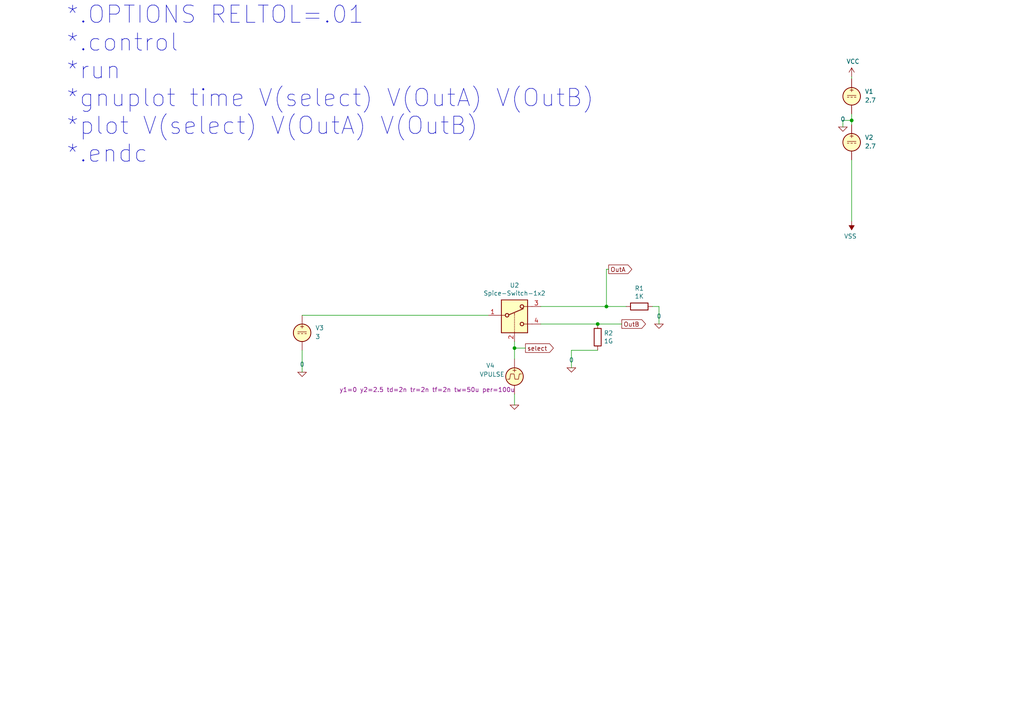
<source format=kicad_sch>
(kicad_sch (version 20230121) (generator eeschema)
  (paper "A4")
  (lib_symbols
    (symbol "Device:R" (pin_numbers hide) (pin_names (offset 0))
      (property "Reference" "R" (at 2.032 0 90))
      (property "Value" "R" (at 0 0 90))
      (symbol "R_0_1"
        (rectangle (start -1.016 -2.54) (end 1.016 2.54) (stroke (width 0.254)))
      )
      (symbol "R_1_1"
        (pin passive line (at 0 3.81 270) (length 1.27) (name "~") (number "1"))
        (pin passive line (at 0 -3.81 90) (length 1.27) (name "~") (number "2"))
      )
    )
    (symbol "Simulation_SPICE:VDC" (pin_numbers hide) (pin_names (offset 0.0254))
      (property "Reference" "V" (at 2.54 2.54 0))
      (property "Value" "1" (at 2.54 0 0))
      (symbol "VDC_0_0"
        (polyline (pts (xy -1.27 0.254) (xy 1.27 0.254)))
        (polyline (pts (xy -0.762 -0.254) (xy -1.27 -0.254)))
        (polyline (pts (xy 0.254 -0.254) (xy -0.254 -0.254)))
        (polyline (pts (xy 1.27 -0.254) (xy 0.762 -0.254)))
        (text "+" (at 0 1.905 0) (effects (font (size 1.27 1.27))))
      )
      (symbol "VDC_0_1"
        (circle (center 0 0) (radius 2.54) (stroke (width 0.254)) (fill (type background)))
      )
      (symbol "VDC_1_1"
        (pin passive line (at 0 5.08 270) (length 2.54) (name "~") (number "1"))
        (pin passive line (at 0 -5.08 90) (length 2.54) (name "~") (number "2"))
      )
    )
    (symbol "Simulation_SPICE:VPULSE" (pin_numbers hide) (pin_names (offset 0.0254))
      (property "Reference" "V" (at 2.54 2.54 0))
      (property "Value" "VPULSE" (at 2.54 0 0))
      (property "Sim.Params" "y1=0 y2=1 td=2n tr=2n tf=2n tw=50n per=100n" (at 2.54 -2.54 0))
      (symbol "VPULSE_0_0"
        (polyline (pts (xy -2.032 -0.762) (xy -1.397 -0.762) (xy -1.143 0.762) (xy -0.127 0.762) (xy 0.127 -0.762) (xy 1.143 -0.762) (xy 1.397 0.762) (xy 2.032 0.762)))
        (text "+" (at 0 1.905 0) (effects (font (size 1.27 1.27))))
      )
      (symbol "VPULSE_0_1"
        (circle (center 0 0) (radius 2.54) (stroke (width 0.254)) (fill (type background)))
      )
      (symbol "VPULSE_1_1"
        (pin passive line (at 0 5.08 270) (length 2.54) (name "~") (number "1"))
        (pin passive line (at 0 -5.08 90) (length 2.54) (name "~") (number "2"))
      )
    )
    (symbol "Switch_Behavior_003_TFN-rescue:0-pspice" (power) (pin_names (offset 0))
      (property "Value" "0-pspice" (at 0 -1.778 0))
      (symbol "0-pspice_0_1"
        (polyline (pts (xy -1.27 0) (xy 0 -1.27) (xy 1.27 0) (xy -1.27 0)))
      )
      (symbol "0-pspice_1_1"
        (pin power_in line (at 0 0 0) (length 0) hide (name "0") (number "1"))
      )
    )
    (symbol "Switch_Behavior_003_TFN-rescue:Spice-Switch-1x2-000_activetronics" (pin_names (offset 0.254))
      (property "Reference" "U" (at -3.175 4.699 0))
      (property "Value" "000_activetronics_Spice-Switch-1x2" (at -3.175 2.921 0))
      (symbol "Spice-Switch-1x2-000_activetronics_1_1"
        (rectangle (start -3.81 1.905) (end 3.81 -7.62) (stroke (width 0.254)) (fill (type background)))
        (circle (center -2.159 -2.54) (radius 0.508) (stroke (width 0.254)))
        (polyline (pts (xy -5.08 -2.54) (xy -2.794 -2.54)))
        (polyline (pts (xy -1.651 -2.413) (xy 2.54 -0.635)) (stroke (width 0.254)))
        (polyline (pts (xy 0 -7.62) (xy 0 -7.112)))
        (polyline (pts (xy 0 -6.858) (xy 0 -6.604)))
        (polyline (pts (xy 0 -6.35) (xy 0 -6.096)))
        (polyline (pts (xy 0 -5.842) (xy 0 -5.588)))
        (polyline (pts (xy 0 -5.334) (xy 0 -5.08)))
        (polyline (pts (xy 0 -4.826) (xy 0 -4.572)))
        (polyline (pts (xy 0 -4.318) (xy 0 -4.064)))
        (polyline (pts (xy 0 -3.81) (xy 0 -3.556)))
        (polyline (pts (xy 0 -3.302) (xy 0 -3.048)))
        (polyline (pts (xy 0 -2.794) (xy 0 -2.54)))
        (polyline (pts (xy 0 -2.286) (xy 0 -2.032)))
        (polyline (pts (xy 0 -2.286) (xy 0 -2.032)))
        (polyline (pts (xy 5.08 -5.08) (xy 2.794 -5.08)))
        (polyline (pts (xy 5.08 0) (xy 2.794 0)))
        (circle (center 2.159 -5.08) (radius 0.508) (stroke (width 0.254)))
        (circle (center 2.159 0) (radius 0.508) (stroke (width 0.254)))
        (pin passive line (at -7.62 -2.54 0) (length 2.54) (name "~") (number "1"))
        (pin input line (at 0 -10.16 90) (length 2.54) (name "~") (number "2"))
        (pin passive line (at 7.62 0 180) (length 2.54) (name "~") (number "3"))
        (pin passive line (at 7.62 -5.08 180) (length 2.54) (name "~") (number "4"))
      )
    )
    (symbol "power:VCC" (power) (pin_names (offset 0))
      (property "Value" "VCC" (at 0 3.81 0))
      (symbol "VCC_0_1"
        (polyline (pts (xy -0.762 1.27) (xy 0 2.54)))
        (polyline (pts (xy 0 0) (xy 0 2.54)))
        (polyline (pts (xy 0 2.54) (xy 0.762 1.27)))
      )
      (symbol "VCC_1_1"
        (pin power_in line (at 0 0 90) (length 0) hide (name "VCC") (number "1"))
      )
    )
    (symbol "power:VSS" (power) (pin_names (offset 0))
      (property "Value" "VSS" (at 0 3.81 0))
      (symbol "VSS_0_1"
        (polyline (pts (xy 0 0) (xy 0 2.54)))
        (polyline (pts (xy 0.762 1.27) (xy -0.762 1.27) (xy 0 2.54) (xy 0.762 1.27)) (fill (type outline)))
      )
      (symbol "VSS_1_1"
        (pin power_in line (at 0 0 90) (length 0) hide (name "VSS") (number "1"))
      )
    )
  )
  (junction (at 149.225 100.965))
  (junction (at 173.355 93.98))
  (junction (at 247.015 34.925))
  (junction (at 175.895 88.9))
  (wire (pts (xy 244.475 34.925) (xy 247.015 34.925)))
  (wire (pts (xy 156.845 93.98) (xy 173.355 93.98)))
  (wire (pts (xy 189.23 88.9) (xy 191.135 88.9)))
  (wire (pts (xy 247.015 36.195) (xy 247.015 34.925)))
  (wire (pts (xy 191.135 88.9) (xy 191.135 93.98)))
  (wire (pts (xy 173.355 101.6) (xy 165.735 101.6)))
  (wire (pts (xy 152.4 100.965) (xy 149.225 100.965)))
  (wire (pts (xy 87.63 107.95) (xy 87.63 101.6)))
  (wire (pts (xy 149.225 100.965) (xy 149.225 99.06)))
  (wire (pts (xy 87.63 91.44) (xy 141.605 91.44)))
  (wire (pts (xy 173.355 93.98) (xy 180.34 93.98)))
  (wire (pts (xy 175.895 78.105) (xy 176.53 78.105)))
  (wire (pts (xy 175.895 78.105) (xy 175.895 88.9)))
  (wire (pts (xy 175.895 88.9) (xy 181.61 88.9)))
  (wire (pts (xy 156.845 88.9) (xy 175.895 88.9)))
  (wire (pts (xy 247.015 34.925) (xy 247.015 33.02)))
  (wire (pts (xy 244.475 36.83) (xy 244.475 34.925)))
  (wire (pts (xy 247.015 22.225) (xy 247.015 22.86)))
  (wire (pts (xy 247.015 46.355) (xy 247.015 64.135)))
  (wire (pts (xy 149.225 104.14) (xy 149.225 100.965)))
  (wire (pts (xy 165.735 106.68) (xy 165.735 101.6)))
  (wire (pts (xy 149.225 117.475) (xy 149.225 114.3)))
  (text ".tran 10u 1m 0 uic\n*.options cshunt = 1e-13\n*.OPTIONS ITL1=2000\n*.OPTIONS RELTOL=.01\n*.control\n*run\n*gnuplot time V(select) V(OutA) V(OutB)\n*plot V(select) V(OutA) V(OutB)\n*.endc" (at 19.05 47.625 0) (effects (font (size 5.0038 5.0038)) (justify left bottom)))
  (global_label "OutA" (shape output) (at 176.53 78.105 0) (property "Intersheetrefs" "${INTERSHEET_REFS}" (effects hide)))
  (global_label "select" (shape output) (at 152.4 100.965 0) (property "Intersheetrefs" "${INTERSHEET_REFS}" (effects hide)))
  (global_label "OutB" (shape output) (at 180.34 93.98 0) (property "Intersheetrefs" "${INTERSHEET_REFS}" (effects hide)))
  (symbol (lib_id "Switch_Behavior_003_TFN-rescue:0-pspice") (at 244.475 36.83 0) (unit 1)
    (property "Reference" "#GND0101" (effects hide))
    (property "Value" "0" (at 244.475 34.5694 0))
  )
  (symbol (lib_id "power:VCC") (at 247.015 22.225 0) (unit 1)
    (property "Reference" "#PWR0102" (effects hide))
    (property "Value" "VCC" (at 247.396 17.8308 0))
  )
  (symbol (lib_id "power:VSS") (at 247.015 64.135 180) (unit 1)
    (property "Reference" "#PWR0101" (effects hide))
    (property "Value" "VSS" (at 246.634 68.5292 0))
  )
  (symbol (lib_id "Switch_Behavior_003_TFN-rescue:0-pspice") (at 87.63 107.95 0) (unit 1)
    (property "Reference" "#GND0102" (effects hide))
    (property "Value" "0" (at 87.63 105.6894 0))
  )
  (symbol (lib_id "Switch_Behavior_003_TFN-rescue:Spice-Switch-1x2-000_activetronics") (at 149.225 88.9 0) (unit 1)
    (property "Reference" "U2" (at 149.225 82.7532 0))
    (property "Value" "Spice-Switch-1x2" (at 149.225 85.0646 0))
    (property "Spice_Primitive" "X" (effects hide))
    (property "Spice_Model" "Spice_Switch_1x2" (effects hide))
    (property "Spice_Netlist_Enabled" "Y" (effects hide))
    (property "Spice_Lib_File" "MOD_Switch_behavior_003_TFN.lib" (effects hide))
    (property "Sim.Library" "MOD_Switch_behavior_004_TFN.lib" (effects hide))
    (property "Sim.Name" "Spice_Switch_1x2" (effects hide))
    (property "Sim.Device" "SUBCKT" (effects hide))
    (property "Sim.Pins" "1=1 2=2 3=3 4=4" (effects hide))
  )
  (symbol (lib_id "Switch_Behavior_003_TFN-rescue:0-pspice") (at 149.225 117.475 0) (unit 1)
    (property "Reference" "#GND0103" (effects hide))
    (property "Value" "0" (effects hide))
  )
  (symbol (lib_id "Device:R") (at 185.42 88.9 270) (unit 1)
    (property "Reference" "R1" (at 185.42 83.6422 90))
    (property "Value" "1K" (at 185.42 85.9536 90))
  )
  (symbol (lib_id "Device:R") (at 173.355 97.79 0) (unit 1)
    (property "Reference" "R2" (at 175.133 96.6216 0) (effects (justify left)))
    (property "Value" "1G" (at 175.133 98.933 0) (effects (justify left)))
  )
  (symbol (lib_id "Switch_Behavior_003_TFN-rescue:0-pspice") (at 165.735 106.68 0) (unit 1)
    (property "Reference" "#GND0104" (effects hide))
    (property "Value" "0" (at 165.735 104.4194 0))
  )
  (symbol (lib_id "Simulation_SPICE:VPULSE") (at 149.225 109.22 0) (unit 1)
    (property "Reference" "V4" (at 140.97 106.045 0) (effects (justify left)))
    (property "Value" "VPULSE" (at 139.065 108.585 0) (effects (justify left)))
    (property "Sim.Pins" "1=+ 2=-" (effects hide))
    (property "Sim.Type" "PULSE" (effects hide))
    (property "Sim.Device" "V" (effects hide))
    (property "Sim.Params" "y1=0 y2=2.5 td=2n tr=2n tf=2n tw=50u per=100u" (at 98.425 113.03 0) (effects (justify left)))
  )
  (symbol (lib_id "Switch_Behavior_003_TFN-rescue:0-pspice") (at 191.135 93.98 0) (unit 1)
    (property "Reference" "#GND01" (effects hide))
    (property "Value" "0" (at 191.135 91.7194 0))
  )
  (symbol (lib_id "Simulation_SPICE:VDC") (at 247.015 27.94 0) (unit 1)
    (property "Reference" "V1" (at 250.825 26.5402 0) (effects (justify left)))
    (property "Value" "2.7" (at 250.825 29.0802 0) (effects (justify left)))
    (property "Sim.Pins" "1=+ 2=-" (effects hide))
    (property "Sim.Type" "DC" (effects hide))
    (property "Sim.Device" "V" (effects hide))
  )
  (symbol (lib_id "Simulation_SPICE:VDC") (at 247.015 41.275 0) (unit 1)
    (property "Reference" "V2" (at 250.825 39.8752 0) (effects (justify left)))
    (property "Value" "2.7" (at 250.825 42.4152 0) (effects (justify left)))
    (property "Sim.Pins" "1=+ 2=-" (effects hide))
    (property "Sim.Type" "DC" (effects hide))
    (property "Sim.Device" "V" (effects hide))
  )
  (symbol (lib_id "Simulation_SPICE:VDC") (at 87.63 96.52 0) (unit 1)
    (property "Reference" "V3" (at 91.44 95.1202 0) (effects (justify left)))
    (property "Value" "3" (at 91.44 97.6602 0) (effects (justify left)))
    (property "Sim.Pins" "1=+ 2=-" (effects hide))
    (property "Sim.Type" "DC" (effects hide))
    (property "Sim.Device" "V" (effects hide))
  )
)
</source>
